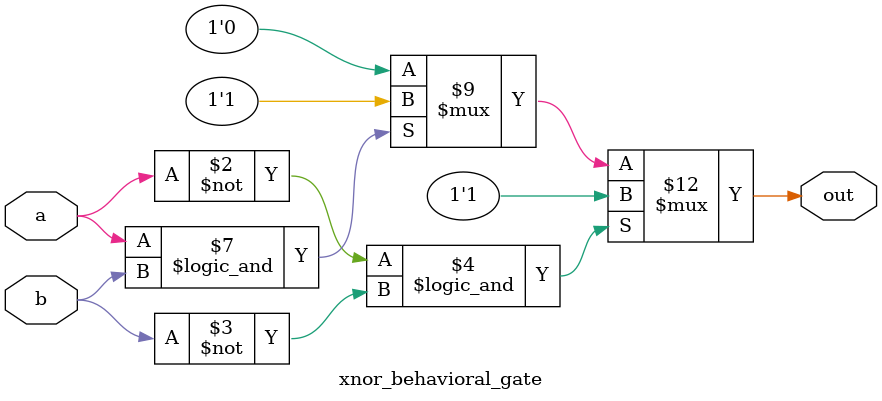
<source format=v>
module xnor_behavioral_gate (a, b, out); 
	
	input a, b;

	output out;
	reg out;
	
	always @ (a or b)
	begin
		
		if(a == 1'b0 && b == 1'b0)
		begin
			out <= 1'b1;
		end
		else if(a == 1'b1 && b == 1'b1)
		begin
			out <= 1'b1;
		end
		else
		begin
			out <= 1'b0;
		end

	end

endmodule
</source>
